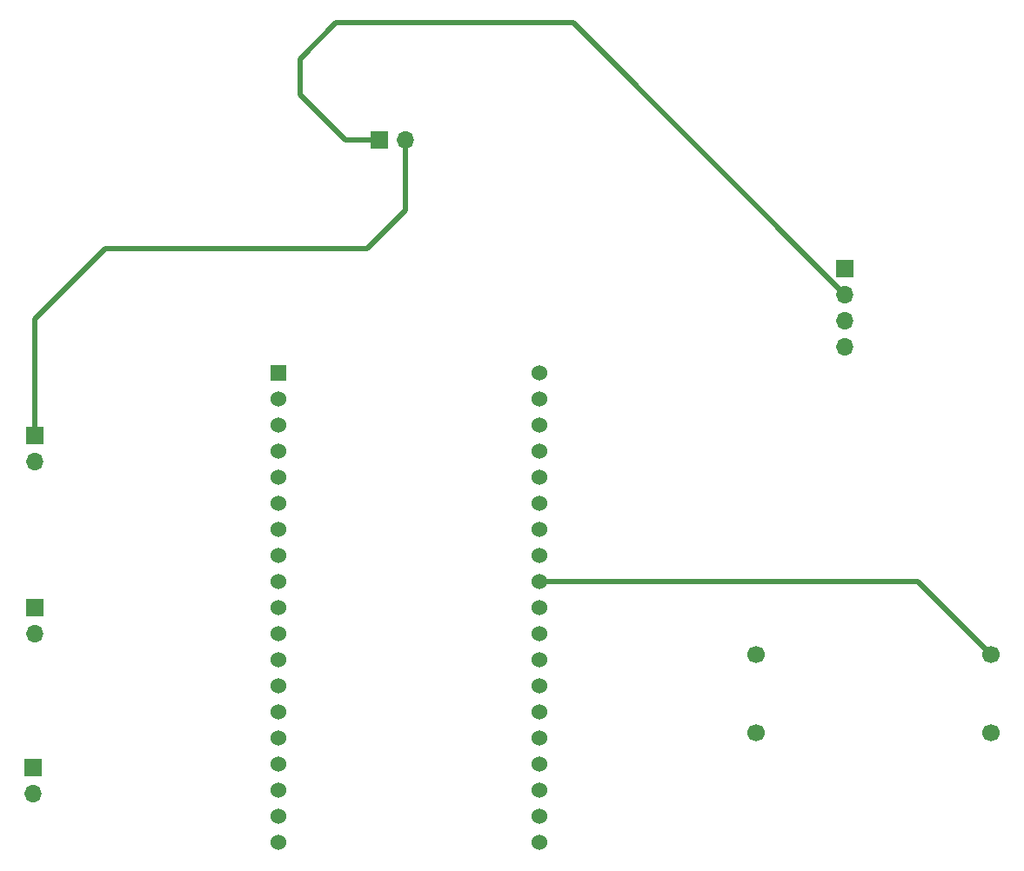
<source format=gbr>
%TF.GenerationSoftware,KiCad,Pcbnew,8.0.8*%
%TF.CreationDate,2025-03-11T11:38:08-07:00*%
%TF.ProjectId,final-PCB-display,66696e61-6c2d-4504-9342-2d646973706c,rev?*%
%TF.SameCoordinates,Original*%
%TF.FileFunction,Copper,L2,Bot*%
%TF.FilePolarity,Positive*%
%FSLAX46Y46*%
G04 Gerber Fmt 4.6, Leading zero omitted, Abs format (unit mm)*
G04 Created by KiCad (PCBNEW 8.0.8) date 2025-03-11 11:38:08*
%MOMM*%
%LPD*%
G01*
G04 APERTURE LIST*
%TA.AperFunction,ComponentPad*%
%ADD10R,1.700000X1.700000*%
%TD*%
%TA.AperFunction,ComponentPad*%
%ADD11O,1.700000X1.700000*%
%TD*%
%TA.AperFunction,ComponentPad*%
%ADD12C,1.700000*%
%TD*%
%TA.AperFunction,ComponentPad*%
%ADD13R,1.530000X1.530000*%
%TD*%
%TA.AperFunction,ComponentPad*%
%ADD14C,1.530000*%
%TD*%
%TA.AperFunction,Conductor*%
%ADD15C,0.508000*%
%TD*%
G04 APERTURE END LIST*
D10*
%TO.P,BT1,1,+*%
%TO.N,Net-(BT1-+)*%
X131945000Y-58535000D03*
D11*
%TO.P,BT1,2,-*%
%TO.N,Net-(BT1--)*%
X134485000Y-58535000D03*
%TD*%
D10*
%TO.P,green1,1,K*%
%TO.N,Net-(BT1--)*%
X98345000Y-104120000D03*
D11*
%TO.P,green1,2,A*%
%TO.N,Net-(U1-IO27)*%
X98345000Y-106660000D03*
%TD*%
D10*
%TO.P,J1,1,Pin_1*%
%TO.N,Net-(BT1--)*%
X177220000Y-71080000D03*
D11*
%TO.P,J1,2,Pin_2*%
%TO.N,Net-(BT1-+)*%
X177220000Y-73620000D03*
%TO.P,J1,3,Pin_3*%
%TO.N,Net-(J1-Pin_3)*%
X177220000Y-76160000D03*
%TO.P,J1,4,Pin_4*%
%TO.N,Net-(J1-Pin_4)*%
X177220000Y-78700000D03*
%TD*%
D12*
%TO.P,M1,1*%
%TO.N,Net-(U1-IO16)*%
X168570000Y-116310000D03*
%TO.P,M1,2,-*%
%TO.N,Net-(M1--)*%
X168570000Y-108690000D03*
%TO.P,M1,3*%
%TO.N,Net-(U1-IO18)*%
X191430000Y-108690000D03*
%TO.P,M1,4*%
%TO.N,Net-(U1-IO19)*%
X191430000Y-116310000D03*
%TD*%
D10*
%TO.P,yellow1,1,K*%
%TO.N,Net-(BT1--)*%
X98345000Y-87385000D03*
D11*
%TO.P,yellow1,2,A*%
%TO.N,Net-(U1-IO26)*%
X98345000Y-89925000D03*
%TD*%
D13*
%TO.P,U1,1,3V3*%
%TO.N,Net-(BT1-+)*%
X122100000Y-81260000D03*
D14*
%TO.P,U1,2,EN*%
%TO.N,unconnected-(U1-EN-Pad2)*%
X122100000Y-83800000D03*
%TO.P,U1,3,SENSOR_VP*%
%TO.N,unconnected-(U1-SENSOR_VP-Pad3)*%
X122100000Y-86340000D03*
%TO.P,U1,4,SENSOR_VN*%
%TO.N,unconnected-(U1-SENSOR_VN-Pad4)*%
X122100000Y-88880000D03*
%TO.P,U1,5,IO34*%
%TO.N,unconnected-(U1-IO34-Pad5)*%
X122100000Y-91420000D03*
%TO.P,U1,6,IO35*%
%TO.N,unconnected-(U1-IO35-Pad6)*%
X122100000Y-93960000D03*
%TO.P,U1,7,IO32*%
%TO.N,unconnected-(U1-IO32-Pad7)*%
X122100000Y-96500000D03*
%TO.P,U1,8,IO33*%
%TO.N,unconnected-(U1-IO33-Pad8)*%
X122100000Y-99040000D03*
%TO.P,U1,9,IO25*%
%TO.N,unconnected-(U1-IO25-Pad9)*%
X122100000Y-101580000D03*
%TO.P,U1,10,IO26*%
%TO.N,Net-(U1-IO26)*%
X122100000Y-104120000D03*
%TO.P,U1,11,IO27*%
%TO.N,Net-(U1-IO27)*%
X122100000Y-106660000D03*
%TO.P,U1,12,IO14*%
%TO.N,Net-(U1-IO14)*%
X122100000Y-109200000D03*
%TO.P,U1,13,IO12*%
%TO.N,unconnected-(U1-IO12-Pad13)*%
X122100000Y-111740000D03*
%TO.P,U1,14,GND1*%
%TO.N,unconnected-(U1-GND1-Pad14)*%
X122100000Y-114280000D03*
%TO.P,U1,15,IO13*%
%TO.N,unconnected-(U1-IO13-Pad15)*%
X122100000Y-116820000D03*
%TO.P,U1,16,SD2*%
%TO.N,unconnected-(U1-SD2-Pad16)*%
X122100000Y-119360000D03*
%TO.P,U1,17,SD3*%
%TO.N,unconnected-(U1-SD3-Pad17)*%
X122100000Y-121900000D03*
%TO.P,U1,18,CMD*%
%TO.N,unconnected-(U1-CMD-Pad18)*%
X122100000Y-124440000D03*
%TO.P,U1,19,EXT_5V*%
%TO.N,unconnected-(U1-EXT_5V-Pad19)*%
X122100000Y-126980000D03*
%TO.P,U1,20,CLK*%
%TO.N,unconnected-(U1-CLK-Pad20)*%
X147500000Y-126980000D03*
%TO.P,U1,21,SD0*%
%TO.N,unconnected-(U1-SD0-Pad21)*%
X147500000Y-124440000D03*
%TO.P,U1,22,SD1*%
%TO.N,unconnected-(U1-SD1-Pad22)*%
X147500000Y-121900000D03*
%TO.P,U1,23,IO15*%
%TO.N,unconnected-(U1-IO15-Pad23)*%
X147500000Y-119360000D03*
%TO.P,U1,24,IO2*%
%TO.N,unconnected-(U1-IO2-Pad24)*%
X147500000Y-116820000D03*
%TO.P,U1,25,IO0*%
%TO.N,unconnected-(U1-IO0-Pad25)*%
X147500000Y-114280000D03*
%TO.P,U1,26,IO4*%
%TO.N,unconnected-(U1-IO4-Pad26)*%
X147500000Y-111740000D03*
%TO.P,U1,27,IO16*%
%TO.N,Net-(U1-IO16)*%
X147500000Y-109200000D03*
%TO.P,U1,28,IO17*%
%TO.N,Net-(M1--)*%
X147500000Y-106660000D03*
%TO.P,U1,29,IO5*%
%TO.N,unconnected-(U1-IO5-Pad29)*%
X147500000Y-104120000D03*
%TO.P,U1,30,IO18*%
%TO.N,Net-(U1-IO18)*%
X147500000Y-101580000D03*
%TO.P,U1,31,IO19*%
%TO.N,Net-(U1-IO19)*%
X147500000Y-99040000D03*
%TO.P,U1,32,GND2*%
%TO.N,unconnected-(U1-GND2-Pad32)*%
X147500000Y-96500000D03*
%TO.P,U1,33,IO21*%
%TO.N,Net-(Brd1-SDA)*%
X147500000Y-93960000D03*
%TO.P,U1,34,RXD0*%
%TO.N,unconnected-(U1-RXD0-Pad34)*%
X147500000Y-91420000D03*
%TO.P,U1,35,TXD0*%
%TO.N,unconnected-(U1-TXD0-Pad35)*%
X147500000Y-88880000D03*
%TO.P,U1,36,IO22*%
%TO.N,Net-(Brd1-SCL)*%
X147500000Y-86340000D03*
%TO.P,U1,37,IO23*%
%TO.N,unconnected-(U1-IO23-Pad37)*%
X147500000Y-83800000D03*
%TO.P,U1,38,GND3*%
%TO.N,Net-(BT1--)*%
X147500000Y-81260000D03*
%TD*%
D10*
%TO.P,red1,1,K*%
%TO.N,Net-(BT1--)*%
X98220000Y-119660000D03*
D11*
%TO.P,red1,2,A*%
%TO.N,Net-(U1-IO14)*%
X98220000Y-122200000D03*
%TD*%
D15*
%TO.N,Net-(BT1-+)*%
X127720000Y-47160000D02*
X150760000Y-47160000D01*
X150760000Y-47160000D02*
X177220000Y-73620000D01*
X131945000Y-58535000D02*
X128595000Y-58535000D01*
X124220000Y-50660000D02*
X127720000Y-47160000D01*
X124220000Y-54160000D02*
X124220000Y-50660000D01*
X128595000Y-58535000D02*
X124220000Y-54160000D01*
%TO.N,Net-(BT1--)*%
X134485000Y-58535000D02*
X134485000Y-65395000D01*
X105220000Y-69160000D02*
X98345000Y-76035000D01*
X98345000Y-76035000D02*
X98345000Y-87385000D01*
X134485000Y-65395000D02*
X130720000Y-69160000D01*
X130720000Y-69160000D02*
X105220000Y-69160000D01*
%TO.N,Net-(U1-IO18)*%
X184320000Y-101580000D02*
X191430000Y-108690000D01*
X147500000Y-101580000D02*
X184320000Y-101580000D01*
%TD*%
M02*

</source>
